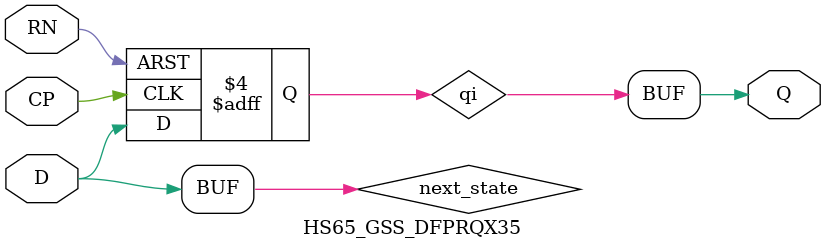
<source format=v>


// Verification Directory fv/mac4 

module add_unsigned(A, B, Z, clk, Q, reset, Q_1);
  input [15:0] A, B;
  input clk, Q, reset, Q_1;
  output [15:0] Z;
  wire [15:0] A, B;
  wire clk, Q, reset, Q_1;
  wire [15:0] Z;
  wire UNCONNECTED, n_2, n_3, n_6, n_8, n_9, n_10, n_13;
  wire n_14, n_15, n_16, n_17, n_18, n_19, n_20, n_21;
  wire n_22, n_23, n_24, n_27, n_28, n_29, n_30, n_31;
  wire n_32, n_33, n_34, n_35, n_36, n_37, n_38, n_39;
  wire n_41, n_42, n_43, n_44, n_45, n_46, n_47, n_48;
  wire n_49, n_50, n_51, n_52, n_56, n_57, n_58, n_59;
  wire n_60, n_61, n_62, n_63, n_64, n_65, n_66, n_67;
  wire n_68, n_70, n_71, n_72, n_73, n_74, n_75, n_76;
  wire n_77, n_78, n_79, n_80, n_82, n_83, n_137, n_139;
  wire w, w0;
  nand g2695__8780 (Z[14], w, w0);
  nand g0 (w0, n_70, n_41);
  or g (w, n_70, n_41);
  wire w1;
  and g2697__4296 (n_70, w1, n_29);
  or g1 (w1, n_68, n_24);
  wire w2, w3;
  nand g2698__3772 (Z[13], w2, w3);
  nand g4 (w3, n_68, n_49);
  or g3 (w2, n_68, n_49);
  wire w4;
  nand g2700__1474 (n_68, w4, n_21);
  or g5 (w4, n_66, n_31);
  wire w5, w6;
  nand g2701__4547 (Z[12], w5, w6);
  nand g7 (w6, n_67, n_48);
  or g6 (w5, n_67, n_48);
  not g2702 (n_67, n_66);
  wire w7;
  and g2703__9682 (n_66, w7, n_17);
  or g8 (w7, n_64, n_30);
  not g2706 (n_65, n_64);
  wire w8;
  nor g2707__2683 (n_64, w8, n_19);
  and g9 (w8, n_62, n_28);
  wire w9, w10;
  nand g2708__1309 (Z[10], w9, w10);
  nand g11 (w10, n_63, n_51);
  or g10 (w9, n_63, n_51);
  assign n_63 = n_62;
  wire w11;
  nand g2710__6877 (n_62, w11, n_23);
  or g12 (w11, n_60, n_34);
  wire w12, w13;
  nand g2711__2900 (Z[9], w12, w13);
  nand g14 (w13, n_61, n_39);
  or g13 (w12, n_61, n_39);
  assign n_61 = n_60;
  wire w14;
  nor g2713__2391 (n_60, w14, n_18);
  and g15 (w14, n_9, n_32);
  wire w15, w16;
  nand g2714__7675 (Z[8], w15, w16);
  nand g17 (w16, n_9, n_42);
  or g16 (w15, n_9, n_42);
  wire w17;
  nand g2716__7118 (n_9, w17, n_14);
  or g18 (w17, n_59, n_38);
  wire w18, w19;
  nand g2717__8757 (Z[7], w18, w19);
  nand g20 (w19, n_59, n_44);
  or g19 (w18, n_59, n_44);
  wire w20;
  and g2718__1786 (n_59, w20, n_10);
  or g21 (w20, n_57, n_27);
  assign n_58 = n_57;
  wire w21;
  nand g2722__5953 (n_57, w21, n_35);
  or g22 (w21, n_22, n_56);
  wire w22, w23;
  nand g2723__5703 (Z[5], w22, w23);
  nand g24 (w23, n_56, n_45);
  or g23 (w22, n_56, n_45);
  wire w24;
  nand g2724__7114 (n_56, w24, n_15);
  or g25 (w24, n_8, n_36);
  wire w25;
  nor g2728__2250 (n_8, w25, n_16);
  and g26 (w25, n_137, n_37);
  wire w26, w27;
  nand g2729__6083 (Z[3], w26, w27);
  nand g28 (w27, n_137, n_43);
  or g27 (w26, n_137, n_43);
  wire w28, w29, w30, w31, w32, w33, w34, w35;
  wire w36, w37, w38;
  nand g2730__2703 (Z[2], w32, w38);
  or g39 (w38, w37, A[2]);
  and g38 (w37, w34, w36);
  nand g37 (w36, w35, n_52);
  not g36 (w35, n_76);
  nand g35 (w34, w33, n_76);
  not g34 (w33, n_52);
  nand g33 (w32, w29, w31, A[2]);
  nand g32 (w31, w30, n_52);
  not g31 (w30, n_76);
  nand g30 (w29, w28, n_76);
  not g29 (w28, n_52);
  wire w39;
  nand g2733__7344 (n_52, w39, n_20);
  or g40 (w39, n_33, n_13);
  wire w40, w41;
  nand g2734__1840 (Z[1], w40, w41);
  nand g42 (w41, n_50, n_13);
  or g41 (w40, n_50, n_13);
  wire w42;
  nand g2735__5019 (n_51, w42, n_28);
  not g43 (w42, n_19);
  wire w43;
  and g2736__1857 (n_50, w43, n_20);
  not g44 (w43, n_33);
  wire w44;
  nand g2737__9906 (n_49, w44, n_29);
  not g45 (w44, n_24);
  wire w45;
  nand g2738__8780 (n_48, w45, n_21);
  not g46 (w45, n_31);
  wire w46;
  nand g2739__4296 (n_47, w46, n_17);
  not g47 (w46, n_30);
  wire w47;
  nand g2740__3772 (n_46, w47, n_15);
  not g48 (w47, n_36);
  wire w48;
  nand g2741__1474 (n_45, w48, n_35);
  not g49 (w48, n_22);
  wire w49;
  and g2742__4547 (Z[0], w49, n_13);
  or g50 (w49, A[0], n_73);
  wire w50;
  and g2744__2683 (n_44, w50, n_14);
  not g51 (w50, n_38);
  wire w51;
  nand g2745__1309 (n_43, w51, n_37);
  not g52 (w51, n_16);
  wire w52;
  nand g2746__6877 (n_42, w52, n_32);
  not g53 (w52, n_18);
  wire w53, w54;
  nand g2747__2900 (n_41, w53, w54);
  nand g55 (w54, B[14], A[14]);
  or g54 (w53, B[14], A[14]);
  wire w55;
  and g2749__7675 (n_39, w55, n_23);
  not g56 (w55, n_34);
  nor g2750__7118 (n_27, n_75, A[6]);
  nor g2753__5953 (n_38, n_78, A[7]);
  or g2754__5703 (n_37, A[3], n_72);
  nor g2755__7114 (n_36, A[4], n_74);
  or g2756__5266 (n_35, n_71, A[5]);
  nor g2757__2250 (n_34, n_80, A[9]);
  nor g2758__6083 (n_33, A[1], n_77);
  or g2759__2703 (n_32, n_79, A[8]);
  nor g2760__5795 (n_31, B[12], A[12]);
  nor g2761__7344 (n_30, B[11], A[11]);
  or g2762__1840 (n_29, B[13], A[13]);
  or g2763__5019 (n_28, B[10], A[10]);
  nand g2766__8780 (n_10, n_75, A[6]);
  and g2767__4296 (n_24, A[13], B[13]);
  nand g2768__3772 (n_23, n_80, A[9]);
  and g2769__1474 (n_22, A[5], n_71);
  nand g2770__4547 (n_21, B[12], A[12]);
  nand g2771__9682 (n_20, A[1], n_77);
  and g2772__2683 (n_19, A[10], B[10]);
  and g2773__1309 (n_18, A[8], n_79);
  nand g2774__6877 (n_17, B[11], A[11]);
  and g2775__2900 (n_16, n_72, A[3]);
  nand g2776__2391 (n_15, A[4], n_74);
  nand g2777__7675 (n_14, n_78, A[7]);
  nand g2778__7118 (n_13, A[0], n_73);
  wire w56, w57;
  nand g2__8757 (Z[11], w56, w57);
  nand g58 (w57, n_47, n_65);
  or g57 (w56, n_47, n_65);
  HS65_GS_SDFPSQTX9 retime_s3_2_reg(.SN (reset), .CP (clk), .D (n_139),
       .TI (n_82), .TE (n_2), .Q (n_82), .TQ (UNCONNECTED));
  HS65_GS_SDFPRQX9 retime_s3_1_reg(.RN (reset), .CP (clk), .D (n_6),
       .TI (n_83), .TE (n_2), .Q (n_83));
  HS65_GS_SDFPQX4 retime_s2_12_reg(.CP (clk), .D (B[8]), .TI (n_79),
       .TE (n_3), .Q (n_79));
  HS65_GS_SDFPQX9 retime_s2_20_reg(.CP (clk), .D (n_72), .TI (B[3]),
       .TE (Q_1), .Q (n_72));
  HS65_GS_SDFPQX9 retime_s2_7_reg(.CP (clk), .D (B[9]), .TI (n_80), .TE
       (n_3), .Q (n_80));
  HS65_GS_SDFPQX9 retime_s2_21_reg(.CP (clk), .D (n_71), .TI (B[5]),
       .TE (Q_1), .Q (n_71));
  HS65_GS_SDFPQX9 retime_s2_19_reg(.CP (clk), .D (n_73), .TI (B[0]),
       .TE (Q_1), .Q (n_73));
  HS65_GS_SDFPQX9 retime_s2_15_reg(.CP (clk), .D (n_77), .TI (B[1]),
       .TE (Q_1), .Q (n_77));
  HS65_GS_SDFPQX9 retime_s2_16_reg(.CP (clk), .D (n_76), .TI (B[2]),
       .TE (Q_1), .Q (n_76));
  HS65_GS_SDFPQX9 retime_s2_17_reg(.CP (clk), .D (n_75), .TI (B[6]),
       .TE (Q_1), .Q (n_75));
  HS65_GS_SDFPQX9 retime_s2_18_reg(.CP (clk), .D (n_74), .TI (B[4]),
       .TE (Q_1), .Q (n_74));
  HS65_GS_SDFPQX9 retime_s2_13_reg(.CP (clk), .D (B[7]), .TI (n_78),
       .TE (n_3), .Q (n_78));
  wire w58, w59;
  nand g1938__5703 (n_6, w58, w59);
  nand g60 (w59, B[15], A[15]);
  or g59 (w58, B[15], A[15]);
  not g1941 (n_3, Q_1);
  not g1942 (n_2, Q);
  wire w60, w61, w62, w63;
  nand g2 (Z[4], w61, w63);
  nand g64 (w63, w62, n_46);
  not g63 (w62, n_8);
  nand g62 (w61, w60, n_8);
  not g61 (w60, n_46);
  wire w64, w65, w66;
  and g2780 (n_137, w65, w66);
  or g67 (w66, n_52, A[2]);
  or g66 (w65, w64, n_76);
  and g65 (w64, n_52, A[2]);
  wire w67, w68;
  nand g2781 (Z[15], w67, w68);
  nand g69 (w68, n_82, n_83);
  or g68 (w67, n_82, n_83);
  wire w69, w70, w71;
  and g2782 (n_139, w70, w71);
  or g72 (w71, n_70, B[14]);
  or g71 (w70, w69, A[14]);
  and g70 (w69, n_70, B[14]);
  wire w72, w73, w74, w75, w76, w77, w78;
  nand g2783 (Z[6], w74, w78);
  or g79 (w78, w77, n_58);
  and g78 (w77, w75, w76);
  nand g77 (w76, A[6], n_75);
  or g76 (w75, A[6], n_75);
  nand g75 (w74, w72, w73, n_58);
  nand g74 (w73, A[6], n_75);
  or g73 (w72, A[6], n_75);
endmodule

module mult_unsigned(A, B, Z, clk, en, Q);
  input [7:0] A, B;
  input clk, en, Q;
  output [15:0] Z;
  wire [7:0] A, B;
  wire clk, en, Q;
  wire [15:0] Z;
  wire n_0, n_1, n_2, n_3, n_4, n_5, n_6, n_7;
  wire n_8, n_9, n_10, n_11, n_12, n_13, n_14, n_15;
  wire n_16, n_17, n_18, n_19, n_21, n_22, n_23, n_24;
  wire n_25, n_26, n_28, n_29, n_31, n_32, n_33, n_34;
  wire n_35, n_37, n_38, n_39, n_40, n_41, n_42, n_43;
  wire n_44, n_45, n_46, n_47, n_48, n_49, n_50, n_51;
  wire n_52, n_53, n_55, n_56, n_57, n_58, n_59, n_60;
  wire n_61, n_62, n_63, n_64, n_65, n_66, n_67, n_68;
  wire n_69, n_70, n_71, n_72, n_73, n_74, n_75, n_76;
  wire n_77, n_78, n_79, n_80, n_81, n_82, n_83, n_84;
  wire n_85, n_86, n_87, n_88, n_89, n_90, n_91, n_92;
  wire n_93, n_94, n_95, n_96, n_97, n_98, n_99, n_100;
  wire n_102, n_103, n_104, n_105, n_106, n_107, n_108, n_109;
  wire n_110, n_111, n_112, n_114, n_115, n_116, n_117, n_118;
  wire n_119, n_121, n_122, n_123, n_124, n_125, n_126, n_127;
  wire n_128, n_129, n_130, n_131, n_132, n_133, n_134, n_135;
  wire n_136, n_137, n_138, n_139, n_140, n_141, n_142, n_143;
  wire n_144, n_145, n_146, n_147, n_148, n_149, n_150, n_151;
  wire n_154, n_155, n_156, n_157, n_158, n_159, n_160, n_162;
  wire n_164, n_165, n_166, n_167, n_168, n_170, n_172, n_175;
  wire n_176, n_177, n_179, n_180, n_181, n_182, n_183, n_184;
  wire n_185, n_187, n_188, n_189, n_191, n_192, n_194, n_198;
  wire n_199, n_200, n_201, n_202, n_203, n_204, n_205, n_206;
  wire n_207, n_208, n_209, n_210, n_211, n_212, n_213, n_214;
  wire n_215, n_216, n_217, n_218, n_219, n_220, n_222, n_224;
  wire n_225, n_226, n_227, n_228, n_229, n_230, n_231, n_232;
  wire n_233, n_235, n_254, n_255, n_256, n_257, n_259, n_260;
  wire n_262, n_263, n_269, n_273, n_282, n_283, n_284, n_287;
  wire n_290, n_293, n_294, n_295, n_297, n_298;
  wire w79, w80;
  nand g7001__2250 (Z[9], w79, w80);
  nand g81 (w80, n_254, n_192);
  or g80 (w79, n_254, n_192);
  not g7002 (Z[8], n_199);
  wire w81, w82, w83, w84, w85, w86, w87, w88;
  wire w89;
  nand g7003__6083 (n_199, w84, w89);
  or g90 (w89, w88, n_189);
  and g89 (w88, w86, w87);
  nand g88 (w87, n_183, n_287);
  nand g87 (w86, w85, n_184);
  not g86 (w85, n_287);
  or g85 (w84, w82, w83, n_188);
  and g84 (w83, n_183, n_287);
  and g83 (w82, w81, n_184);
  not g82 (w81, n_287);
  wire w90, w91, w92;
  nand g7004__2703 (n_254, w91, w92);
  or g93 (w92, n_198, n_184);
  or g92 (w91, w90, n_189);
  and g91 (w90, n_198, n_184);
  not g7006 (n_198, n_287);
  wire w93, w94, w95;
  and g7011__5019 (n_194, w94, w95);
  or g96 (w95, n_191, n_293);
  or g95 (w94, w93, n_162);
  and g94 (w93, n_191, n_293);
  wire w96, w97, w98, w99;
  nand g7014__9906 (n_192, w97, w99);
  nand g100 (w99, w98, n_205);
  not g99 (w98, n_255);
  nand g98 (w97, w96, n_255);
  not g97 (w96, n_205);
  wire w100, w101, w102, w103;
  nand g7017__8780 (n_205, w101, w103);
  nand g104 (w103, w102, n_180);
  not g103 (w102, n_206);
  nand g102 (w101, w100, n_206);
  not g101 (w100, n_180);
  wire w104, w105, w106;
  nand g7019__3772 (n_191, w105, w106);
  or g107 (w106, n_175, n_167);
  or g106 (w105, w104, n_159);
  and g105 (w104, n_175, n_167);
  not g7020 (n_189, n_188);
  wire w107, w108, w109, w110, w111, w112, w113, w114;
  wire w115, w116, w117, w118, w119, w120;
  nand g122 (n_188, w114, w120);
  or g121 (w120, w119, n_282);
  and g120 (w119, w116, w118);
  nand g119 (w118, w117, n_298);
  not g118 (w117, n_165);
  nand g117 (w116, w115, n_165);
  not g116 (w115, n_298);
  nand g115 (w114, w111, w113, n_282);
  nand g114 (w113, w112, n_298);
  not g113 (w112, n_165);
  nand g112 (w111, w110, n_165);
  not g111 (w110, n_298);
  and g7021__1474 (n_255, w108, w109);
  or g110 (w109, n_298, n_165);
  or g109 (w108, w107, n_282);
  and g108 (w107, n_298, n_165);
  wire w121;
  nand g7022__4547 (n_187, w121, n_179);
  not g123 (w121, n_185);
  not g7024 (n_184, n_183);
  not g7025 (Z[14], n_182);
  not g7026 (Z[15], n_181);
  wire w122, w123, w124, w125, w126, w127, w128, w129;
  wire w130, w131, w132, w133, w134, w135;
  nand g138 (n_185, w129, w135);
  or g137 (w135, w134, n_156);
  and g136 (w134, w131, w133);
  nand g135 (w133, w132, n_166);
  not g134 (w132, n_170);
  nand g133 (w131, w130, n_170);
  not g132 (w130, n_166);
  nand g131 (w129, w126, w128, n_156);
  nand g130 (w128, w127, n_166);
  not g129 (w127, n_170);
  nand g128 (w126, w125, n_170);
  not g127 (w125, n_166);
  and g7029__2683 (n_183, w123, w124);
  or g126 (w124, n_166, n_170);
  or g125 (w123, w122, n_156);
  and g124 (w122, n_166, n_170);
  wire w136, w137, w138, w139, w140, w141, w142, w143;
  wire w144, w145, w146, w147, w148, w149;
  nand g153 (n_182, w143, w149);
  or g152 (w149, w148, n_227);
  and g151 (w148, w145, w147);
  nand g150 (w147, w146, n_176);
  not g149 (w146, n_233);
  nand g148 (w145, w144, n_233);
  not g147 (w144, n_176);
  nand g146 (w143, w140, w142, n_227);
  nand g145 (w142, w141, n_176);
  not g144 (w141, n_233);
  nand g143 (w140, w139, n_233);
  not g142 (w139, n_176);
  and g7030__1309 (n_181, w137, w138);
  or g141 (w138, n_176, n_233);
  or g140 (w137, w136, n_227);
  and g139 (w136, n_176, n_233);
  wire w150, w151, w152, w153;
  nand g7031__6877 (n_180, w151, w153);
  nand g157 (w153, w152, n_256);
  not g156 (w152, n_257);
  nand g155 (w151, w150, n_257);
  not g154 (w150, n_256);
  not g7033 (n_179, n_294);
  not g7034 (Z[13], n_177);
  wire w154, w155, w156, w157, w158, w159, w160, w161;
  wire w162, w163, w164, w165, w166, w167;
  nand g172 (n_177, w161, w167);
  or g171 (w167, w166, n_232);
  and g170 (w166, w163, w165);
  nand g169 (w165, w164, n_157);
  not g168 (w164, n_231);
  nand g167 (w163, w162, n_231);
  not g166 (w162, n_157);
  nand g165 (w161, w158, w160, n_232);
  nand g164 (w160, w159, n_157);
  not g163 (w159, n_231);
  nand g162 (w158, w157, n_231);
  not g161 (w157, n_157);
  and g7035__2900 (n_176, w155, w156);
  or g160 (w156, n_157, n_231);
  or g159 (w155, w154, n_232);
  and g158 (w154, n_157, n_231);
  wire w168, w169;
  nand g7036__2391 (n_206, w168, w169);
  nand g174 (w169, n_168, n_209);
  or g173 (w168, n_168, n_209);
  wire w170, w171, w172;
  and g7038__7118 (n_175, w171, w172);
  or g177 (w172, n_164, n_160);
  or g176 (w171, w170, n_148);
  and g175 (w170, n_164, n_160);
  wire w173, w174, w175, w176, w177, w178, w179, w180;
  wire w181, w182, w183, w184, w185, w186;
  nand g192 (n_172, w180, w186);
  or g191 (w186, w185, n_146);
  and g190 (w185, w182, w184);
  nand g189 (w184, w183, n_135);
  not g188 (w183, n_115);
  nand g187 (w182, w181, n_115);
  not g186 (w181, n_135);
  nand g185 (w180, w177, w179, n_146);
  nand g184 (w179, w178, n_135);
  not g183 (w178, n_115);
  nand g182 (w177, w176, n_115);
  not g181 (w176, n_135);
  and g7043__5953 (n_170, w174, w175);
  or g180 (w175, n_135, n_115);
  or g179 (w174, w173, n_146);
  and g178 (w173, n_135, n_115);
  wire w187, w188;
  nand g7045__7114 (n_168, w187, w188);
  nand g194 (w188, n_207, n_259);
  or g193 (w187, n_207, n_259);
  wire w189, w190, w191;
  and g7046__5266 (n_256, w190, w191);
  or g197 (w191, n_154, n_141);
  or g196 (w190, w189, n_131);
  and g195 (w189, n_154, n_141);
  wire w192, w193, w194, w195, w196, w197, w198, w199;
  wire w200;
  nand g7047__2250 (n_167, w195, w200);
  or g206 (w200, w199, n_149);
  and g205 (w199, w197, w198);
  nand g204 (w198, n_140, n_55);
  nand g203 (w197, w196, n_121);
  not g202 (w196, n_55);
  or g201 (w195, w193, w194, n_150);
  and g200 (w194, n_140, n_55);
  and g199 (w193, w192, n_121);
  not g198 (w192, n_55);
  wire w201, w202, w203, w204, w205, w206, w207, w208;
  wire w209, w210, w211, w212, w213, w214;
  nand g221 (n_166, w208, w214);
  or g220 (w214, w213, n_133);
  and g219 (w213, w210, w212);
  nand g218 (w212, w211, n_134);
  not g217 (w211, n_129);
  nand g216 (w210, w209, n_129);
  not g215 (w209, n_134);
  nand g214 (w208, w205, w207, n_133);
  nand g213 (w207, w206, n_134);
  not g212 (w206, n_129);
  nand g211 (w205, w204, n_129);
  not g210 (w204, n_134);
  and g7048__6083 (n_165, w202, w203);
  or g209 (w203, n_134, n_129);
  or g208 (w202, w201, n_133);
  and g207 (w201, n_134, n_129);
  wire w215, w216, w217;
  nand g7050__2703 (n_164, w216, w217);
  or g224 (w217, n_137, n_144);
  or g223 (w216, w215, n_106);
  and g222 (w215, n_137, n_144);
  wire w218, w219;
  nand g7052__7344 (n_207, w218, w219);
  nand g226 (w219, n_155, n_208);
  or g225 (w218, n_155, n_208);
  wire w220, w221, w222;
  and g7053__1840 (n_162, w221, w222);
  or g229 (w222, n_55, n_121);
  or g228 (w221, w220, n_150);
  and g227 (w220, n_55, n_121);
  wire w223, w224;
  nand g7054__5019 (n_257, w224, n_145);
  or g231 (w224, w223, n_147);
  and g230 (w223, n_138, n_103);
  not g7056 (Z[12], n_158);
  wire w225, w226, w227, w228, w229, w230, w231, w232;
  wire w233, w234, w235, w236, w237, w238;
  nand g246 (n_160, w232, w238);
  or g245 (w238, w237, n_290);
  and g244 (w237, w234, w236);
  nand g243 (w236, w235, n_125);
  not g242 (w235, n_102);
  nand g241 (w234, w233, n_102);
  not g240 (w233, n_125);
  nand g239 (w232, w229, w231, n_290);
  nand g238 (w231, w230, n_125);
  not g237 (w230, n_102);
  nand g236 (w229, w228, n_102);
  not g235 (w228, n_125);
  and g7057__9906 (n_159, w226, w227);
  or g234 (w227, n_125, n_102);
  or g233 (w226, w225, n_290);
  and g232 (w225, n_125, n_102);
  wire w239, w240, w241, w242, w243, w244, w245, w246;
  wire w247, w248, w249, w250, w251, w252;
  nand g261 (n_158, w246, w252);
  or g260 (w252, w251, n_230);
  and g259 (w251, w248, w250);
  nand g258 (w250, w249, n_297);
  not g257 (w249, n_226);
  nand g256 (w248, w247, n_226);
  not g255 (w247, n_297);
  nand g254 (w246, w243, w245, n_230);
  nand g253 (w245, w244, n_297);
  not g252 (w244, n_226);
  nand g251 (w243, w242, n_226);
  not g250 (w242, n_297);
  and g7058__8780 (n_157, w240, w241);
  or g249 (w241, n_297, n_226);
  or g248 (w240, w239, n_230);
  and g247 (w239, n_297, n_226);
  wire w253, w254;
  nand g7059__4296 (n_156, w253, w254);
  nand g263 (w254, n_151, n_53);
  or g262 (w253, n_151, n_53);
  wire w255, w256;
  nand g7060__3772 (n_155, w255, w256);
  nand g265 (w256, n_260, n_262);
  or g264 (w255, n_260, n_262);
  wire w257, w258, w259;
  and g7062__4547 (n_154, w258, w259);
  or g268 (w259, n_119, n_142);
  or g267 (w258, w257, n_104);
  and g266 (w257, n_119, n_142);
  wire w260, w261, w262, w263;
  nand g7065__2683 (n_151, w261, w263);
  nand g272 (w263, w262, n_142);
  not g271 (w262, n_119);
  nand g270 (w261, w260, n_119);
  not g269 (w260, n_142);
  not g7067 (n_149, n_150);
  not g7068 (n_148, n_130);
  wire w264, w265, w266, w267, w268, w269, w270, w271;
  wire w272, w273, w274, w275, w276, w277;
  nand g287 (n_150, w271, w277);
  or g286 (w277, w276, n_82);
  and g285 (w276, w273, w275);
  nand g284 (w275, w274, n_80);
  not g283 (w274, n_65);
  nand g282 (w273, w272, n_65);
  not g281 (w272, n_80);
  nand g280 (w271, w268, w270, n_82);
  nand g279 (w270, w269, n_80);
  not g278 (w269, n_65);
  nand g277 (w268, w267, n_65);
  not g276 (w267, n_80);
  and g7069__1309 (n_146, w265, w266);
  or g275 (w266, n_80, n_65);
  or g274 (w265, w264, n_82);
  and g273 (w264, n_80, n_65);
  nand g7070__6877 (n_145, n_139, n_52);
  wire w278, w279;
  nand g7071__2900 (n_147, w278, w279);
  nand g289 (w279, n_126, n_77);
  or g288 (w278, n_126, n_77);
  wire w280, w281, w282;
  nand g7072__2391 (n_144, w281, w282);
  or g292 (w282, n_117, n_105);
  or g291 (w281, w280, n_71);
  and g290 (w280, n_117, n_105);
  wire w283;
  nand g7073__7675 (n_143, w283, n_128);
  or g293 (w283, n_127, n_124);
  not g7074 (n_140, n_121);
  not g7075 (n_138, n_139);
  wire w284, w285, w286, w287, w288, w289, w290, w291;
  wire w292, w293, w294, w295, w296, w297;
  nand g308 (n_135, w291, w297);
  or g307 (w297, w296, n_67);
  and g306 (w296, w293, w295);
  nand g305 (w295, w294, n_62);
  not g304 (w294, n_66);
  nand g303 (w293, w292, n_66);
  not g302 (w292, n_62);
  nand g301 (w291, w288, w290, n_67);
  nand g300 (w290, w289, n_62);
  not g299 (w289, n_66);
  nand g298 (w288, w287, n_66);
  not g297 (w287, n_62);
  and g7076__7118 (n_142, w285, w286);
  or g296 (w286, n_62, n_66);
  or g295 (w285, w284, n_67);
  and g294 (w284, n_62, n_66);
  wire w298, w299, w300, w301, w302, w303, w304, w305;
  wire w306, w307, w308, w309, w310, w311;
  nand g323 (n_134, w305, w311);
  or g322 (w311, w310, n_63);
  and g321 (w310, w307, w309);
  nand g320 (w309, w308, n_83);
  not g319 (w308, n_89);
  nand g318 (w307, w306, n_89);
  not g317 (w306, n_83);
  nand g316 (w305, w302, w304, n_63);
  nand g315 (w304, w303, n_83);
  not g314 (w303, n_89);
  nand g313 (w302, w301, n_89);
  not g312 (w301, n_83);
  and g7077__8757 (n_141, w299, w300);
  or g311 (w300, n_83, n_89);
  or g310 (w299, w298, n_63);
  and g309 (w298, n_83, n_89);
  wire w312, w313, w314, w315, w316, w317, w318, w319;
  wire w320, w321, w322, w323, w324, w325;
  nand g338 (n_133, w319, w325);
  or g337 (w325, w324, n_84);
  and g336 (w324, w321, w323);
  nand g335 (w323, w322, n_81);
  not g334 (w322, n_64);
  nand g333 (w321, w320, n_64);
  not g332 (w320, n_81);
  nand g331 (w319, w316, w318, n_84);
  nand g330 (w318, w317, n_81);
  not g329 (w317, n_64);
  nand g328 (w316, w315, n_64);
  not g327 (w315, n_81);
  and g7078__1786 (n_139, w313, w314);
  or g326 (w314, n_81, n_64);
  or g325 (w313, w312, n_84);
  and g324 (w312, n_81, n_64);
  wire w326, w327;
  nand g7079__5953 (n_132, w326, w327);
  nand g340 (w327, n_107, n_95);
  or g339 (w326, n_107, n_95);
  wire w328, w329, w330;
  and g7080__5703 (n_260, w329, w330);
  or g343 (w330, n_75, n_203);
  or g342 (w329, w328, n_87);
  and g341 (w328, n_75, n_203);
  wire w331, w332;
  nand g7081__7114 (n_137, w331, w332);
  nand g345 (w332, n_112, n_114);
  or g344 (w331, n_112, n_114);
  wire w333, w334;
  nand g7082__5266 (n_136, w333, w334);
  nand g347 (w334, n_108, n_122);
  or g346 (w333, n_108, n_122);
  wire w335, w336, w337, w338, w339, w340, w341, w342;
  wire w343, w344, w345;
  nand g7083__2250 (Z[2], w339, w345);
  or g358 (w345, w344, n_105);
  and g357 (w344, w341, w343);
  nand g356 (w343, w342, n_117);
  not g355 (w342, n_71);
  nand g354 (w341, w340, n_71);
  not g353 (w340, n_117);
  nand g352 (w339, w336, w338, n_105);
  nand g351 (w338, w337, n_117);
  not g350 (w337, n_71);
  nand g349 (w336, w335, n_71);
  not g348 (w335, n_117);
  wire w346, w347, w348;
  and g7084__6083 (n_129, w347, w348);
  or g361 (w348, n_123, n_73);
  or g360 (w347, w346, n_90);
  and g359 (w346, n_123, n_73);
  wire w349, w350, w351, w352;
  nand g7085__2703 (n_131, w350, w352);
  nand g365 (w352, w351, n_116);
  not g364 (w351, n_75);
  nand g363 (w350, w349, n_75);
  not g362 (w349, n_116);
  wire w353, w354, w355;
  nand g7086__5795 (n_130, w354, w355);
  or g368 (w355, n_114, n_93);
  or g367 (w354, w353, n_91);
  and g366 (w353, n_114, n_93);
  nand g7088__7344 (n_128, n_107, n_95);
  nor g7089__1840 (n_127, n_107, n_95);
  wire w356, w357;
  or g7090__5019 (n_259, w357, n_96);
  and g370 (w357, w356, n_118);
  or g369 (w356, n_89, n_202);
  wire w358, w359, w360, w361;
  nand g7091__1857 (n_126, w359, w361);
  nand g374 (w361, w360, n_118);
  not g373 (w360, n_74);
  nand g372 (w359, w358, n_74);
  not g371 (w358, n_118);
  wire w362, w363;
  nand g7092__9906 (n_208, w362, w363);
  nand g376 (w363, n_110, n_263);
  or g375 (w362, n_110, n_263);
  wire w364, w365, w366, w367;
  nand g7093__8780 (n_209, w365, w367);
  nand g380 (w367, w366, n_109);
  not g379 (w366, n_210);
  nand g378 (w365, w364, n_210);
  not g377 (w364, n_109);
  wire w368, w369;
  nand g7094__4296 (n_125, w368, w369);
  nand g382 (w369, n_111, n_88);
  or g381 (w368, n_111, n_88);
  not g7096 (n_123, n_122);
  wire w370, w371, w372, w373;
  nand g387 (n_124, w371, w373);
  nand g386 (w373, w372, n_68);
  not g385 (w372, n_72);
  nand g384 (w371, w370, n_72);
  not g383 (w370, n_68);
  and g7097__3772 (n_122, n_68, n_72);
  wire w374, w375, w376;
  and g7098__1474 (n_121, w375, w376);
  or g390 (w376, n_94, n_88);
  or g389 (w375, w374, n_70);
  and g388 (w374, n_94, n_88);
  nor g7100__9682 (Z[1], n_105, n_98);
  wire w377, w378, w379, w380;
  nand g7101__2683 (n_116, w378, w380);
  nand g394 (w380, w379, n_87);
  not g393 (w379, n_203);
  nand g392 (w378, w377, n_203);
  not g391 (w377, n_87);
  nand g7102__1309 (n_115, n_104, n_99);
  wire w381;
  nand g7103__6877 (n_119, w381, n_52);
  not g395 (w381, n_100);
  nand g7105__2900 (n_118, n_262, n_97);
  wire w382, w383;
  nand g7106__2391 (n_117, w382, w383);
  nand g397 (w383, n_78, n_57);
  or g396 (w382, n_78, n_57);
  wire w384, w385;
  nand g7108__7118 (n_112, w384, w385);
  nand g399 (w385, n_91, n_92);
  or g398 (w384, n_91, n_92);
  wire w386, w387, w388, w389;
  nand g7109__8757 (n_111, w387, w389);
  nand g403 (w389, w388, n_94);
  not g402 (w388, n_70);
  nand g401 (w387, w386, n_70);
  not g400 (w386, n_94);
  wire w390, w391;
  nand g7110__1786 (n_110, w390, w391);
  nand g405 (w391, n_204, n_201);
  or g404 (w390, n_204, n_201);
  wire w392, w393, w394, w395;
  nand g7111__5953 (n_109, w393, w395);
  nand g409 (w395, w394, n_202);
  not g408 (w394, n_200);
  nand g407 (w393, w392, n_200);
  not g406 (w392, n_202);
  wire w396, w397, w398, w399;
  nand g7112__5703 (n_108, w397, w399);
  nand g413 (w399, w398, n_73);
  not g412 (w398, n_90);
  nand g411 (w397, w396, n_90);
  not g410 (w396, n_73);
  wire w400, w401, w402, w403;
  nand g7113__7114 (n_114, w401, w403);
  nand g417 (w403, w402, n_85);
  not g416 (w402, n_86);
  nand g415 (w401, w400, n_86);
  not g414 (w400, n_85);
  not g7115 (n_104, n_53);
  not g7116 (n_103, n_52);
  nand g7117__5266 (n_107, n_76, n_79);
  nor g7118__2250 (n_102, n_88, n_57);
  nand g7120__6083 (n_106, n_78, n_58);
  and g7121__2703 (n_105, n_58, Z[0]);
  wire w404, w405, w406, w407;
  nand g7124__5795 (Z[10], w405, w407);
  nand g421 (w407, w406, n_228);
  not g420 (w406, n_224);
  nand g419 (w405, w404, n_224);
  not g418 (w404, n_228);
  wire w408, w409;
  and g7126__1840 (n_100, w408, w409);
  nand g423 (w409, n_59, n_218);
  nand g422 (w408, n_217, n_214);
  wire w410, w411;
  nand g7127__5019 (n_99, w410, w411);
  nand g425 (w411, n_218, n_273);
  nand g424 (w410, n_217, n_211);
  wire w412, w413;
  and g7128__1857 (n_98, w412, w413);
  nand g427 (w413, n_220, n_269);
  nand g426 (w412, n_217, n_222);
  wire w414, w415;
  nand g7129__9906 (n_97, w414, w415);
  nand g429 (w415, n_214, n_219);
  nand g428 (w414, n_217, n_212);
  and g7130__8780 (n_96, n_74, n_77);
  not g7133 (n_93, n_92);
  not g7136 (n_58, n_57);
  nand g7138__4296 (n_95, n_220, n_211);
  nand g7139__3772 (n_86, n_219, n_269);
  nand g7140__1474 (n_85, n_61, n_217);
  and g7141__4547 (Z[0], n_222, n_220);
  nand g7142__9682 (n_204, n_59, n_213);
  nand g7143__2683 (n_94, n_215, n_222);
  nand g7144__1309 (n_84, n_61, n_213);
  nand g7145__6877 (n_83, n_220, n_212);
  nand g7146__2900 (n_210, n_215, n_211);
  nand g7147__2391 (n_82, n_222, n_213);
  nand g7148__7675 (n_201, n_212, n_219);
  nand g7149__7118 (n_81, n_215, n_273);
  nand g7150__8757 (n_92, n_222, n_218);
  and g7151__1786 (n_91, n_220, n_273);
  nand g7152__5953 (n_80, n_215, n_269);
  nand g7153__5703 (n_90, n_220, n_214);
  nand g7154__7114 (n_89, n_216, n_269);
  nand g7155__5266 (n_57, n_217, n_269);
  nand g7156__2250 (n_88, n_61, n_219);
  nand g7157__6083 (n_203, n_273, n_213);
  nand g7158__2703 (n_87, n_218, n_211);
  and g7160__5795 (n_79, n_218, n_269);
  and g7161__7344 (n_69, n_217, n_214);
  and g7162__1840 (n_78, n_222, n_219);
  nand g7163__5019 (n_77, n_61, n_216);
  and g7164__1857 (n_68, n_61, n_218);
  nand g7165__9906 (n_200, n_273, n_216);
  nand g7166__8780 (n_67, n_59, n_219);
  and g7167__4296 (n_76, n_273, n_217);
  nand g7168__3772 (n_75, n_215, n_59);
  nand g7169__1474 (n_74, n_235, n_269);
  nand g7170__4547 (n_73, n_222, n_216);
  nand g7171__9682 (n_66, n_213, n_269);
  nand g7172__2683 (n_65, n_273, n_219);
  nand g7173__1309 (n_263, n_218, n_214);
  and g7174__6877 (n_72, n_59, n_217);
  nand g7175__2900 (n_64, n_211, n_219);
  nand g7176__2391 (n_63, n_222, n_235);
  and g7177__7675 (n_71, n_61, n_220);
  nand g7178__7118 (n_70, n_59, n_220);
  nand g7179__8757 (n_62, n_61, n_215);
  nand g7180__1786 (n_202, n_61, n_235);
  wire w416, w417;
  nand g2__5953 (Z[5], w416, w417);
  nand g431 (w417, n_56, n_167);
  or g430 (w416, n_56, n_167);
  wire w418, w419;
  nand g7185__7114 (n_56, w418, w419);
  nand g433 (w419, n_175, n_159);
  or g432 (w418, n_175, n_159);
  wire w420, w421, w422, w423;
  nand g7189__2250 (n_55, w421, w423);
  nand g437 (w423, w422, n_132);
  not g436 (w422, n_124);
  nand g435 (w421, w420, n_124);
  not g434 (w420, n_132);
  wire w424;
  nand g7191__2703 (n_262, w424, n_69);
  not g438 (w424, n_201);
  wire w425;
  and g7192__5795 (n_53, w425, n_76);
  not g439 (w425, n_87);
  wire w426;
  nand g7193__7344 (n_52, w426, n_72);
  not g440 (w426, n_263);
  HS65_GSS_SDFPQX18 retime_s1_1_reg(.CP (clk), .D (n_235), .TI (B[7]),
       .TE (en), .Q (n_235));
  HS65_GS_SDFPQX9 retime_s1_2_reg(.CP (clk), .D (n_222), .TI (A[0]),
       .TE (en), .Q (n_222));
  HS65_GS_SDFPQX9 retime_s1_3_reg(.CP (clk), .D (n_61), .TI (A[2]), .TE
       (en), .Q (n_61));
  HS65_GS_SDFPQX9 retime_s1_4_reg(.CP (clk), .D (n_220), .TI (B[0]),
       .TE (en), .Q (n_220));
  HS65_GS_SDFPQX9 retime_s1_5_reg(.CP (clk), .D (n_269), .TI (A[1]),
       .TE (en), .Q (n_269));
  HS65_GSS_SDFPQX18 retime_s1_6_reg(.CP (clk), .D (n_219), .TI (B[2]),
       .TE (en), .Q (n_219));
  HS65_GS_SDFPQX9 retime_s1_7_reg(.CP (clk), .D (n_218), .TI (B[3]),
       .TE (en), .Q (n_218));
  HS65_GS_SDFPQX9 retime_s1_8_reg(.CP (clk), .D (n_217), .TI (B[1]),
       .TE (en), .Q (n_217));
  HS65_GSS_SDFPQX18 retime_s1_9_reg(.CP (clk), .D (n_216), .TI (B[6]),
       .TE (en), .Q (n_216));
  HS65_GS_SDFPQX9 retime_s1_10_reg(.CP (clk), .D (n_215), .TI (B[4]),
       .TE (en), .Q (n_215));
  HS65_GS_SDFPQX9 retime_s1_11_reg(.CP (clk), .D (n_214), .TI (A[6]),
       .TE (en), .Q (n_214));
  HS65_GS_SDFPQX9 retime_s1_12_reg(.CP (clk), .D (n_213), .TI (B[5]),
       .TE (en), .Q (n_213));
  HS65_GSS_SDFPQX18 retime_s1_13_reg(.CP (clk), .D (n_212), .TI (A[7]),
       .TE (en), .Q (n_212));
  HS65_GS_SDFPQX9 retime_s1_14_reg(.CP (clk), .D (n_273), .TI (A[3]),
       .TE (en), .Q (n_273));
  HS65_GS_SDFPQX9 retime_s1_15_reg(.CP (clk), .D (n_59), .TI (A[4]),
       .TE (en), .Q (n_59));
  HS65_GS_SDFPQX9 retime_s1_16_reg(.CP (clk), .D (n_211), .TI (A[5]),
       .TE (en), .Q (n_211));
  HS65_GS_SDFPQX9 retime_s2_1_reg(.CP (clk), .D (n_39), .TI (n_233),
       .TE (n_0), .Q (n_233));
  HS65_GS_SDFPQX9 retime_s2_2_reg(.CP (clk), .D (n_40), .TI (n_232),
       .TE (n_0), .Q (n_232));
  HS65_GS_SDFPQX9 retime_s2_3_reg(.CP (clk), .D (n_231), .TI (n_50),
       .TE (Q), .Q (n_231));
  HS65_GS_SDFPQX9 retime_s2_4_reg(.CP (clk), .D (n_230), .TI (n_51),
       .TE (Q), .Q (n_230));
  HS65_GS_SDFPQX9 retime_s2_5_reg(.CP (clk), .D (n_44), .TI (n_229),
       .TE (n_0), .Q (n_229));
  HS65_GS_SDFPQX9 retime_s2_6_reg(.CP (clk), .D (n_25), .TI (n_228),
       .TE (n_0), .Q (n_228));
  HS65_GS_SDFPQX9 retime_s2_8_reg(.CP (clk), .D (n_11), .TI (n_227),
       .TE (n_0), .Q (n_227));
  HS65_GS_SDFPQX9 retime_s2_9_reg(.CP (clk), .D (n_226), .TI (n_48),
       .TE (Q), .Q (n_226));
  HS65_GS_SDFPQX9 retime_s2_10_reg(.CP (clk), .D (n_225), .TI (n_49),
       .TE (Q), .Q (n_225));
  HS65_GS_SDFPQX9 retime_s2_11_reg(.CP (clk), .D (n_46), .TI (n_224),
       .TE (n_0), .Q (n_224));
  HS65_GS_SDFPQX9 retime_s2_14_reg(.CP (clk), .D (n_47), .TI (n_60),
       .TE (n_0), .Q (n_60));
  wire w427, w428, w429, w430, w431, w432, w433, w434;
  wire w435, w436, w437, w438, w439, w440;
  nand g455 (n_51, w434, w440);
  or g454 (w440, w439, n_284);
  and g453 (w439, w436, w438);
  nand g452 (w438, w437, n_41);
  not g451 (w437, n_32);
  nand g450 (w436, w435, n_32);
  not g449 (w435, n_41);
  nand g448 (w434, w431, w433, n_284);
  nand g447 (w433, w432, n_41);
  not g446 (w432, n_32);
  nand g445 (w431, w430, n_32);
  not g444 (w430, n_41);
  and g5775__1840 (n_50, w428, w429);
  or g443 (w429, n_41, n_32);
  or g442 (w428, w427, n_284);
  and g441 (w427, n_41, n_32);
  wire w441, w442, w443, w444, w445, w446, w447, w448;
  wire w449, w450, w451, w452, w453, w454;
  nand g470 (n_49, w448, w454);
  or g469 (w454, w453, n_29);
  and g468 (w453, w450, w452);
  nand g467 (w452, w451, n_38);
  not g466 (w451, n_42);
  nand g465 (w450, w449, n_42);
  not g464 (w449, n_38);
  nand g463 (w448, w445, w447, n_29);
  nand g462 (w447, w446, n_38);
  not g461 (w446, n_42);
  nand g460 (w445, w444, n_42);
  not g459 (w444, n_38);
  and g5777__5019 (n_48, w442, w443);
  or g458 (w443, n_38, n_42);
  or g457 (w442, w441, n_29);
  and g456 (w441, n_38, n_42);
  wire w455, w456, w457;
  nand g5778__1857 (n_47, w456, w457);
  or g473 (w457, n_25, n_23);
  or g472 (w456, w455, n_45);
  and g471 (w455, n_25, n_23);
  wire w458, w459, w460, w461;
  nand g5779__9906 (n_46, w459, w461);
  nand g477 (w461, w460, n_45);
  not g476 (w460, n_23);
  nand g475 (w459, w458, n_23);
  not g474 (w458, n_45);
  not g5780 (n_44, n_43);
  wire w462, w463, w464, w465, w466, w467, w468, w469;
  wire w470, w471, w472, w473, w474, w475;
  nand g492 (n_45, w469, w475);
  or g491 (w475, w474, n_19);
  and g490 (w474, w471, w473);
  nand g489 (w473, w472, n_37);
  not g488 (w472, n_283);
  nand g487 (w471, w470, n_283);
  not g486 (w470, n_37);
  nand g485 (w469, w466, w468, n_19);
  nand g484 (w468, w467, n_37);
  not g483 (w467, n_283);
  nand g482 (w466, w465, n_283);
  not g481 (w465, n_37);
  and g5781__8780 (n_43, w463, w464);
  or g480 (w464, n_37, n_283);
  or g479 (w463, w462, n_19);
  and g478 (w462, n_37, n_283);
  wire w476, w477, w478, w479, w480, w481, w482, w483;
  wire w484, w485, w486, w487, w488, w489;
  nand g507 (n_42, w483, w489);
  or g506 (w489, w488, n_31);
  and g505 (w488, w485, w487);
  nand g504 (w487, w486, n_33);
  not g503 (w486, n_2);
  nand g502 (w485, w484, n_2);
  not g501 (w484, n_33);
  nand g500 (w483, w480, w482, n_31);
  nand g499 (w482, w481, n_33);
  not g498 (w481, n_2);
  nand g497 (w480, w479, n_2);
  not g496 (w479, n_33);
  and g5782__4296 (n_41, w477, w478);
  or g495 (w478, n_33, n_2);
  or g494 (w477, w476, n_31);
  and g493 (w476, n_33, n_2);
  wire w490, w491, w492, w493, w494, w495, w496, w497;
  wire w498, w499, w500, w501, w502, w503;
  nand g522 (n_40, w497, w503);
  or g521 (w503, w502, n_12);
  and g520 (w502, w499, w501);
  nand g519 (w501, w500, n_26);
  not g518 (w500, n_9);
  nand g517 (w499, w498, n_9);
  not g516 (w498, n_26);
  nand g515 (w497, w494, w496, n_12);
  nand g514 (w496, w495, n_26);
  not g513 (w495, n_9);
  nand g512 (w494, w493, n_9);
  not g511 (w493, n_26);
  and g5785__3772 (n_39, w491, w492);
  or g510 (w492, n_26, n_9);
  or g509 (w491, w490, n_12);
  and g508 (w490, n_26, n_9);
  wire w504, w505, w506;
  nand g5786__1474 (n_38, w505, w506);
  or g525 (w506, n_22, n_21);
  or g524 (w505, w504, n_35);
  and g523 (w504, n_22, n_21);
  wire w507, w508;
  nand g5787__4547 (n_37, w507, w508);
  nand g527 (w508, n_28, n_34);
  or g526 (w507, n_28, n_34);
  not g5789 (n_35, n_34);
  wire w509, w510, w511, w512, w513, w514, w515, w516;
  wire w517, w518, w519, w520, w521, w522;
  nand g542 (n_33, w516, w522);
  or g541 (w522, w521, n_3);
  and g540 (w521, w518, w520);
  nand g539 (w520, w519, n_10);
  not g538 (w519, n_6);
  nand g537 (w518, w517, n_6);
  not g536 (w517, n_10);
  nand g535 (w516, w513, w515, n_3);
  nand g534 (w515, w514, n_10);
  not g533 (w514, n_6);
  nand g532 (w513, w512, n_6);
  not g531 (w512, n_10);
  and g5790__2683 (n_32, w510, w511);
  or g530 (w511, n_10, n_6);
  or g529 (w510, w509, n_3);
  and g528 (w509, n_10, n_6);
  wire w523, w524, w525, w526, w527, w528, w529, w530;
  wire w531, w532, w533, w534, w535, w536;
  nand g557 (n_34, w530, w536);
  or g556 (w536, w535, n_4);
  and g555 (w535, w532, w534);
  nand g554 (w534, w533, n_5);
  not g553 (w533, n_1);
  nand g552 (w532, w531, n_1);
  not g551 (w531, n_5);
  nand g550 (w530, w527, w529, n_4);
  nand g549 (w529, w528, n_5);
  not g548 (w528, n_1);
  nand g547 (w527, w526, n_1);
  not g546 (w526, n_5);
  and g5791__1309 (n_31, w524, w525);
  or g545 (w525, n_5, n_1);
  or g544 (w524, w523, n_4);
  and g543 (w523, n_5, n_1);
  wire w537;
  nand g5794__2900 (n_29, w537, n_17);
  or g558 (w537, n_24, n_18);
  wire w538, w539, w540, w541;
  nand g5795__2391 (n_28, w539, w541);
  nand g562 (w541, w540, n_22);
  not g561 (w540, n_21);
  nand g560 (w539, w538, n_21);
  not g559 (w538, n_22);
  wire w542, w543;
  nand g5798__7118 (n_26, w542, w543);
  nand g564 (w543, n_15, n_13);
  nand g563 (w542, n_16, n_7);
  wire w544, w545, w546;
  nand g5811__1786 (n_25, w545, w546);
  or g567 (w546, n_254, n_205);
  or g566 (w545, w544, n_255);
  and g565 (w544, n_254, n_205);
  wire w547, w548, w549;
  nand g5813__5953 (n_24, w548, w549);
  or g570 (w549, n_200, n_210);
  or g569 (w548, w547, n_202);
  and g568 (w547, n_200, n_210);
  wire w550, w551, w552;
  nand g5814__5703 (n_19, w551, w552);
  or g573 (w552, n_207, n_259);
  or g572 (w551, w550, n_209);
  and g571 (w550, n_207, n_259);
  wire w553, w554, w555;
  nand g5815__7114 (n_23, w554, w555);
  or g576 (w555, n_206, n_256);
  or g575 (w554, w553, n_257);
  and g574 (w553, n_206, n_256);
  wire w556, w557, w558;
  nand g5816__5266 (n_22, w557, w558);
  or g579 (w558, n_208, n_260);
  or g578 (w557, w556, n_262);
  and g577 (w556, n_208, n_260);
  wire w559, w560, w561;
  nand g5818__2250 (n_21, w560, w561);
  or g582 (w561, n_204, n_263);
  or g581 (w560, w559, n_201);
  and g580 (w559, n_204, n_263);
  nor g5822__6083 (n_18, n_203, n_7);
  nand g5823__2703 (n_17, n_14, n_8);
  or g5824__5795 (n_16, n_6, n_12);
  nand g5825__7344 (n_11, n_235, n_212);
  nand g5826__1840 (n_15, n_214, n_216);
  nand g5827__5019 (n_10, n_235, n_59);
  nand g5828__1857 (n_14, n_235, n_273);
  nand g5829__9906 (n_13, n_212, n_213);
  nand g5830__8780 (n_9, n_235, n_214);
  nand g5831__4296 (n_12, n_212, n_216);
  nand g5832__3772 (n_5, n_212, n_218);
  nand g5833__1474 (n_8, n_211, n_213);
  nand g5834__4547 (n_4, n_216, n_59);
  nand g5835__9682 (n_3, n_212, n_215);
  nand g5836__2683 (n_2, n_216, n_211);
  nand g5837__1309 (n_7, n_235, n_211);
  nand g5838__6877 (n_1, n_214, n_215);
  nand g5839__2900 (n_6, n_214, n_213);
  not g5840 (n_0, Q);
  wire w562, w563, w564, w565, w566, w567, w568, w569;
  wire w570, w571, w572;
  nand g2 (Z[7], w566, w572);
  or g593 (w572, w571, n_185);
  and g592 (w571, w568, w570);
  nand g591 (w570, w569, n_194);
  not g590 (w569, n_179);
  nand g589 (w568, w567, n_179);
  not g588 (w567, n_194);
  nand g587 (w566, w563, w565, n_185);
  nand g586 (w565, w564, n_194);
  not g585 (w564, n_179);
  nand g584 (w563, w562, n_179);
  not g583 (w562, n_194);
  wire w573, w574, w575, w576, w577, w578, w579, w580;
  wire w581, w582, w583;
  nand g7194 (n_282, w577, w583);
  or g604 (w583, w582, n_147);
  and g603 (w582, w579, w581);
  nand g602 (w581, w580, n_103);
  not g601 (w580, n_139);
  nand g600 (w579, w578, n_139);
  not g599 (w578, n_103);
  nand g598 (w577, w574, w576, n_147);
  nand g597 (w576, w575, n_103);
  not g596 (w575, n_139);
  nand g595 (w574, w573, n_139);
  not g594 (w573, n_103);
  wire w584, w585, w586, w587, w588, w589, w590, w591;
  wire w592, w593, w594;
  nand g7195 (n_283, w588, w594);
  or g615 (w594, w593, n_14);
  and g614 (w593, w590, w592);
  nand g613 (w592, w591, n_8);
  not g612 (w591, n_24);
  nand g611 (w590, w589, n_24);
  not g610 (w589, n_8);
  nand g609 (w588, w585, w587, n_14);
  nand g608 (w587, w586, n_8);
  not g607 (w586, n_24);
  nand g606 (w585, w584, n_24);
  not g605 (w584, n_8);
  wire w595, w596, w597, w598, w599, w600, w601, w602;
  wire w603, w604, w605;
  nand g7196 (n_284, w599, w605);
  or g626 (w605, w604, n_13);
  and g625 (w604, w601, w603);
  nand g624 (w603, w602, n_15);
  not g623 (w602, n_7);
  nand g622 (w601, w600, n_7);
  not g621 (w600, n_15);
  nand g620 (w599, w596, w598, n_13);
  nand g619 (w598, w597, n_15);
  not g618 (w597, n_7);
  nand g617 (w596, w595, n_7);
  not g616 (w595, n_15);
  wire w606, w607, w608, w609, w610, w611, w612;
  nand g7198 (Z[4], w608, w612);
  or g633 (w612, w611, n_164);
  and g632 (w611, w609, w610);
  nand g631 (w610, n_130, n_160);
  or g630 (w609, n_130, n_160);
  nand g629 (w608, w606, w607, n_164);
  nand g628 (w607, n_130, n_160);
  or g627 (w606, n_130, n_160);
  wire w613, w614;
  and g7199 (n_287, w614, n_187);
  or g635 (w614, w613, n_194);
  and g634 (w613, n_294, n_185);
  wire w615, w616, w617, w618, w619, w620, w621;
  nand g7201 (Z[3], w617, w621);
  or g642 (w621, w620, n_144);
  and g641 (w620, w618, w619);
  nand g640 (w619, n_106, n_137);
  or g639 (w618, n_106, n_137);
  nand g638 (w617, w615, w616, n_144);
  nand g637 (w616, n_106, n_137);
  or g636 (w615, n_106, n_137);
  wire w622;
  and g7202 (n_290, w622, n_107);
  or g643 (w622, n_76, n_79);
  wire w623, w624, w625, w626, w627, w628, w629;
  nand g7204 (Z[6], w625, w629);
  or g650 (w629, w628, n_293);
  and g649 (w628, w626, w627);
  nand g648 (w627, n_162, n_191);
  or g647 (w626, n_162, n_191);
  nand g646 (w625, w623, w624, n_293);
  nand g645 (w624, n_162, n_191);
  or g644 (w623, n_162, n_191);
  wire w630, w631, w632, w633, w634, w635, w636, w637;
  wire w638, w639, w640, w641, w642, w643;
  nand g665 (n_293, w637, w643);
  or g664 (w643, w642, n_136);
  and g663 (w642, w639, w641);
  nand g662 (w641, w640, n_172);
  not g661 (w640, n_143);
  nand g660 (w639, w638, n_143);
  not g659 (w638, n_172);
  nand g658 (w637, w634, w636, n_136);
  nand g657 (w636, w635, n_172);
  not g656 (w635, n_143);
  nand g655 (w634, w633, n_143);
  not g654 (w633, n_172);
  and g7205 (n_294, w631, w632);
  or g653 (w632, n_172, n_143);
  or g652 (w631, w630, n_136);
  and g651 (w630, n_172, n_143);
  not g3 (Z[11], n_295);
  wire w644, w645, w646, w647, w648, w649, w650, w651;
  wire w652, w653, w654, w655, w656, w657;
  nand g680 (n_295, w651, w657);
  or g679 (w657, w656, n_60);
  and g678 (w656, w653, w655);
  nand g677 (w655, w654, n_225);
  not g676 (w654, n_229);
  nand g675 (w653, w652, n_229);
  not g674 (w652, n_225);
  nand g673 (w651, w648, w650, n_60);
  nand g672 (w650, w649, n_225);
  not g671 (w649, n_229);
  nand g670 (w648, w647, n_229);
  not g669 (w647, n_225);
  and g7206 (n_297, w645, w646);
  or g668 (w646, n_225, n_229);
  or g667 (w645, w644, n_60);
  and g666 (w644, n_225, n_229);
  wire w658, w659, w660, w661, w662, w663, w664, w665;
  wire w666, w667, w668;
  nand g7207 (n_298, w662, w668);
  or g691 (w668, w667, n_131);
  and g690 (w667, w664, w666);
  nand g689 (w666, w665, n_154);
  not g688 (w665, n_141);
  nand g687 (w664, w663, n_141);
  not g686 (w663, n_154);
  nand g685 (w662, w659, w661, n_131);
  nand g684 (w661, w660, n_154);
  not g683 (w660, n_141);
  nand g682 (w659, w658, n_141);
  not g681 (w658, n_154);
endmodule

module mac4(a, b, en, clk, reset, out);
  input [7:0] a, b;
  input en, clk, reset;
  output [15:0] out;
  wire [7:0] a, b;
  wire en, clk, reset;
  wire [15:0] out;
  wire [15:0] prod;
  wire [1:0] reg_en;
  wire n_0, n_1, n_4, n_5, n_6, n_7, n_8, n_9;
  wire n_10, n_11, n_12, n_13, n_15, n_16, n_17, n_18;
  wire n_19, n_20, n_21, n_22, n_23, n_24, n_25, n_33;
  wire n_70, n_98, n_99, n_100, n_101, n_102, \out[0]_171 , \out[1]_172
       ;
  wire \out[2]_173 , \out[3]_174 , \out[4]_175 , \out[5]_176 ,
       \out[6]_177 , \out[7]_178 , \out[8]_179 , \out[9]_180 ;
  wire \out[10]_181 , \out[11]_182 , \out[12]_183 , \out[13]_184 ,
       \out[14]_185 ;
  add_unsigned add_38_21(.A ({out[15:7], n_33, out[5], n_70, n_99,
       n_101, n_100, n_98}), .B (prod), .Z ({out[15], \out[14]_185 ,
       \out[13]_184 , \out[12]_183 , \out[11]_182 , \out[10]_181 ,
       \out[9]_180 , \out[8]_179 , \out[7]_178 , \out[6]_177 ,
       \out[5]_176 , \out[4]_175 , \out[3]_174 , \out[2]_173 ,
       \out[1]_172 , \out[0]_171 }), .clk (clk), .Q (reg_en[1]), .reset
       (reset), .Q_1 (reg_en[0]));
  mult_unsigned mul_31_23(.A (a), .B (b), .Z (prod), .clk (clk), .en
       (en), .Q (reg_en[0]));
  assign out[6] = n_33;
  assign out[0] = n_98;
  assign out[2] = n_101;
  assign out[1] = n_100;
  assign out[4] = n_70;
  assign out[3] = n_99;
  HS65_GS_DFPRQX9 \reg_en_reg[1] (.RN (reset), .CP (clk), .D
       (reg_en[0]), .Q (reg_en[1]));
  HS65_GS_DFPRQX4 \reg_en_reg[0] (.RN (reset), .CP (clk), .D (en), .Q
       (reg_en[0]));
  HS65_GS_DFPRQNX9 retime_s3_5_reg(.RN (reset), .CP (clk), .D (n_11),
       .QN (n_25));
  HS65_GS_DFPRQNX9 retime_s3_10_reg(.RN (reset), .CP (clk), .D (n_9),
       .QN (n_20));
  HS65_GS_DFPRQNX9 retime_s3_11_reg(.RN (reset), .CP (clk), .D (n_15),
       .QN (n_16));
  HS65_GS_SDFPRQX9 retime_s3_12_reg(.RN (reset), .CP (clk), .D (n_101),
       .TI (\out[2]_173 ), .TE (reg_en[1]), .Q (n_101));
  HS65_GS_DFPRQNX9 retime_s3_13_reg(.RN (reset), .CP (clk), .D (n_13),
       .QN (n_18));
  HS65_GS_DFPRQNX9 retime_s3_6_reg(.RN (reset), .CP (clk), .D (n_7),
       .QN (n_24));
  HS65_GSS_DFPRQNX18 retime_s3_15_reg(.RN (reset), .CP (clk), .D
       (n_10), .QN (n_19));
  HS65_GS_SDFPRQX9 retime_s3_16_reg(.RN (reset), .CP (clk), .D (n_33),
       .TI (\out[6]_177 ), .TE (reg_en[1]), .Q (n_33));
  HS65_GS_DFPRQX9 retime_s3_17_reg(.RN (reset), .CP (clk), .D (n_8), .Q
       (n_98));
  HS65_GS_DFPRQNX9 retime_s3_14_reg(.RN (reset), .CP (clk), .D (n_12),
       .QN (n_17));
  HS65_GS_DFPRQNX9 retime_s3_7_reg(.RN (reset), .CP (clk), .D (n_6),
       .QN (n_23));
  HS65_GS_DFPRQNX9 retime_s3_8_reg(.RN (reset), .CP (clk), .D (n_5),
       .QN (n_22));
  HS65_GS_DFPRQNX9 retime_s3_9_reg(.RN (reset), .CP (clk), .D (n_4),
       .QN (n_21));
  wire w669, w670;
  nand g142__2391 (n_15, w669, w670);
  nand g693 (w670, \out[1]_172 , reg_en[1]);
  or g692 (w669, n_16, reg_en[1]);
  wire w671, w672;
  nand g144__7118 (n_13, w671, w672);
  nand g695 (w672, \out[4]_175 , reg_en[1]);
  or g694 (w671, n_18, reg_en[1]);
  wire w673, w674;
  nand g145__8757 (n_12, w673, w674);
  nand g697 (w674, \out[3]_174 , reg_en[1]);
  or g696 (w673, n_17, reg_en[1]);
  wire w675, w676;
  nand g146__1786 (n_11, w675, w676);
  nand g699 (w676, \out[12]_183 , reg_en[1]);
  or g698 (w675, n_25, reg_en[1]);
  wire w677, w678;
  nand g147__5953 (n_10, w677, w678);
  nand g701 (w678, \out[5]_176 , reg_en[1]);
  or g700 (w677, n_19, reg_en[1]);
  wire w679, w680;
  nand g148__5703 (n_9, w679, w680);
  nand g703 (w680, \out[7]_178 , reg_en[1]);
  or g702 (w679, n_20, reg_en[1]);
  wire w681, w682, w683;
  nand g149__7114 (n_8, w682, w683);
  nand g706 (w683, \out[0]_171 , reg_en[1]);
  nand g705 (w682, w681, n_98);
  not g704 (w681, reg_en[1]);
  wire w684, w685;
  nand g150__5266 (n_7, w684, w685);
  nand g708 (w685, \out[11]_182 , reg_en[1]);
  or g707 (w684, n_24, reg_en[1]);
  wire w686, w687;
  nand g151__2250 (n_6, w686, w687);
  nand g710 (w687, \out[10]_181 , reg_en[1]);
  or g709 (w686, n_23, reg_en[1]);
  wire w688, w689;
  nand g152__6083 (n_5, w688, w689);
  nand g712 (w689, \out[9]_180 , reg_en[1]);
  or g711 (w688, n_22, reg_en[1]);
  wire w690, w691;
  nand g153__2703 (n_4, w690, w691);
  nand g714 (w691, \out[8]_179 , reg_en[1]);
  or g713 (w690, n_21, reg_en[1]);
  not g159 (out[8], n_21);
  not g160 (out[11], n_24);
  not g161 (out[9], n_22);
  not g162 (out[12], n_25);
  not g163 (out[10], n_23);
  not g164 (out[7], n_20);
  not g166 (n_99, n_17);
  not g167 (n_70, n_18);
  not g168 (out[5], n_19);
  not g170 (n_100, n_16);
  not g171 (n_1, reg_en[1]);
  wire w692, w693;
  nand g2__1840 (n_0, w692, w693);
  nand g716 (w693, \out[14]_185 , reg_en[1]);
  nand g715 (w692, out[14], n_1);
  HS65_GSS_DFPRQX35 retime_s3_4_reg(.RN (reset), .CP (clk), .D (n_102),
       .Q (out[13]));
  HS65_GSS_DFPRQX35 retime_s3_3_reg(.RN (reset), .CP (clk), .D (n_0),
       .Q (out[14]));
  wire w694, w695;
  nand g2 (n_102, w694, w695);
  nand g718 (w695, \out[13]_184 , reg_en[1]);
  nand g717 (w694, out[13], n_1);
endmodule


module HS65_GS_SDFPSQTX9(CP, D, TE, TI, SN, TQ, Q);
  input CP, D, TE, TI, SN;
  output TQ, Q;
  wire CP, D, TE, TI, SN;
  wire TQ, Q;
  wire next_state, w696, w697, w698;
  reg  qi;
  assign #1 Q = qi, TQ = qi;
  not g719 (w696, TE);
  nand g720 (w697, w696, D);
  nand g721 (w698, TI, TE);
  nand g722 (next_state, w697, w698);
  always 
    @(posedge CP or negedge SN) 
      if (!SN) 
        qi <= 1;
      else qi <= next_state;
  initial 
    qi <= 1'b0;
endmodule

module HS65_GS_SDFPRQX9(CP, D, TE, TI, RN, Q);
  input CP, D, TE, TI, RN;
  output Q;
  wire CP, D, TE, TI, RN;
  wire Q;
  wire next_state, w699, w700, w701;
  reg  qi;
  assign #1 Q = qi;
  not g723 (w699, TE);
  nand g724 (w700, w699, D);
  nand g725 (w701, TI, TE);
  nand g726 (next_state, w700, w701);
  always 
    @(posedge CP or negedge RN) 
      if (!RN) 
        qi <= 0;
      else qi <= next_state;
  initial 
    qi <= 1'b0;
endmodule

module HS65_GS_SDFPQX4(CP, D, TE, TI, Q);
  input CP, D, TE, TI;
  output Q;
  wire CP, D, TE, TI;
  wire Q;
  wire next_state, w702, w703, w704;
  reg  qi;
  assign #1 Q = qi;
  not g727 (w702, TE);
  nand g728 (w703, w702, D);
  nand g729 (w704, TI, TE);
  nand g730 (next_state, w703, w704);
  always 
    @(posedge CP) 
      qi <= next_state;
  initial 
    qi <= 1'b0;
endmodule

module HS65_GS_SDFPQX9(CP, D, TE, TI, Q);
  input CP, D, TE, TI;
  output Q;
  wire CP, D, TE, TI;
  wire Q;
  wire next_state, w705, w706, w707;
  reg  qi;
  assign #1 Q = qi;
  not g731 (w705, TE);
  nand g732 (w706, w705, D);
  nand g733 (w707, TI, TE);
  nand g734 (next_state, w706, w707);
  always 
    @(posedge CP) 
      qi <= next_state;
  initial 
    qi <= 1'b0;
endmodule

module HS65_GSS_SDFPQX18(CP, D, TE, TI, Q);
  input CP, D, TE, TI;
  output Q;
  wire CP, D, TE, TI;
  wire Q;
  wire next_state, w708, w709, w710;
  reg  qi;
  assign #1 Q = qi;
  not g735 (w708, TE);
  nand g736 (w709, w708, D);
  nand g737 (w710, TI, TE);
  nand g738 (next_state, w709, w710);
  always 
    @(posedge CP) 
      qi <= next_state;
  initial 
    qi <= 1'b0;
endmodule

module HS65_GS_DFPRQX9(CP, D, RN, Q);
  input CP, D, RN;
  output Q;
  wire CP, D, RN;
  wire Q;
  wire next_state;
  reg  qi;
  assign #1 Q = qi;
  assign next_state = D;
  always 
    @(posedge CP or negedge RN) 
      if (!RN) 
        qi <= 0;
      else qi <= next_state;
  initial 
    qi <= 1'b0;
endmodule

module HS65_GS_DFPRQX4(CP, D, RN, Q);
  input CP, D, RN;
  output Q;
  wire CP, D, RN;
  wire Q;
  wire next_state;
  reg  qi;
  assign #1 Q = qi;
  assign next_state = D;
  always 
    @(posedge CP or negedge RN) 
      if (!RN) 
        qi <= 0;
      else qi <= next_state;
  initial 
    qi <= 1'b0;
endmodule

module HS65_GS_DFPRQNX9(CP, D, RN, QN);
  input CP, D, RN;
  output QN;
  wire CP, D, RN;
  wire QN;
  wire next_state;
  reg  qi;
  assign #1 QN = !qi;
  assign next_state = D;
  always 
    @(posedge CP or negedge RN) 
      if (!RN) 
        qi <= 0;
      else qi <= next_state;
  initial 
    qi <= 1'b0;
endmodule

module HS65_GSS_DFPRQNX18(CP, D, RN, QN);
  input CP, D, RN;
  output QN;
  wire CP, D, RN;
  wire QN;
  wire next_state;
  reg  qi;
  assign #1 QN = !qi;
  assign next_state = D;
  always 
    @(posedge CP or negedge RN) 
      if (!RN) 
        qi <= 0;
      else qi <= next_state;
  initial 
    qi <= 1'b0;
endmodule

module HS65_GSS_DFPRQX35(CP, D, RN, Q);
  input CP, D, RN;
  output Q;
  wire CP, D, RN;
  wire Q;
  wire next_state;
  reg  qi;
  assign #1 Q = qi;
  assign next_state = D;
  always 
    @(posedge CP or negedge RN) 
      if (!RN) 
        qi <= 0;
      else qi <= next_state;
  initial 
    qi <= 1'b0;
endmodule

</source>
